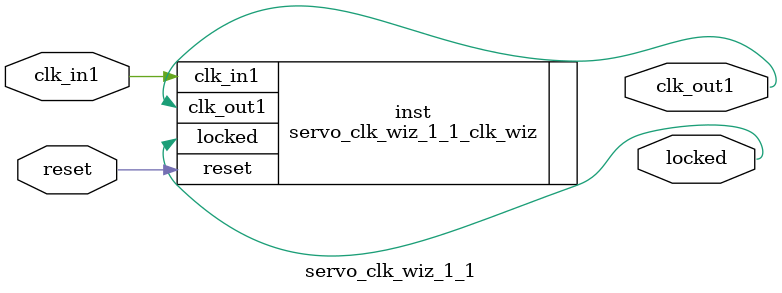
<source format=v>


`timescale 1ps/1ps

(* CORE_GENERATION_INFO = "servo_clk_wiz_1_1,clk_wiz_v6_0_10_0_0,{component_name=servo_clk_wiz_1_1,use_phase_alignment=true,use_min_o_jitter=false,use_max_i_jitter=false,use_dyn_phase_shift=false,use_inclk_switchover=false,use_dyn_reconfig=false,enable_axi=0,feedback_source=FDBK_AUTO,PRIMITIVE=MMCM,num_out_clk=1,clkin1_period=10.000,clkin2_period=10.000,use_power_down=false,use_reset=true,use_locked=true,use_inclk_stopped=false,feedback_type=SINGLE,CLOCK_MGR_TYPE=NA,manual_override=false}" *)

module servo_clk_wiz_1_1 
 (
  // Clock out ports
  output        clk_out1,
  // Status and control signals
  input         reset,
  output        locked,
 // Clock in ports
  input         clk_in1
 );

  servo_clk_wiz_1_1_clk_wiz inst
  (
  // Clock out ports  
  .clk_out1(clk_out1),
  // Status and control signals               
  .reset(reset), 
  .locked(locked),
 // Clock in ports
  .clk_in1(clk_in1)
  );

endmodule

</source>
